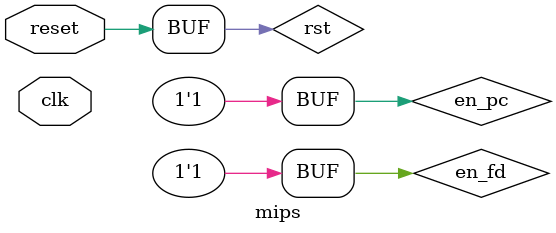
<source format=v>
`timescale 1ns / 1ps
module mips(
    input wire clk,
    input wire reset
    );
	wire rst;
	assign rst = reset;
	wire [31:0] INSTR;
	wire BRANCH;
	wire[1:0] NPC_SEL;
	wire en_pc = 1'b1;
	wire en_fd = 1'b1;
	wire [1:0] A3_SEL;
	wire [2:0] WD_SEL;
	wire WE;
	wire A_SEL;
	wire EXT_SEL;
	wire [2:0] B_SEL;
	wire [3:0] ALU_SEL;
	wire SW;
	wire LW;
	wire w;
	wire W_SEL;
	wire [1:0] MUL_SEL;
	wire HL_SEL;
	wire start;
	wire bne, blez, bgtz, bltz, bgez, beq;
	wire stall;
	wire Tnew_0, Tnew_1, Tnew_2;
	wire [1:0] Tnew;
	wire [1:0] Tuse_rs;
	wire [1:0] Tuse_rt;
	
	`define Tnew0 2'b00
	`define Tnew1 2'b01
	`define Tnew2 2'b10
	
	assign Tnew = (Tnew_0 == 1) ? `Tnew0:
				  (Tnew_1 == 1) ? `Tnew1:
				  (Tnew_2 == 1) ? `Tnew2:
				  0;
						
	datapath DATA(clk, rst, BRANCH, NPC_SEL, A3_SEL, WD_SEL, WE, A_SEL, 
			 EXT_SEL, B_SEL, ALU_SEL, SW, LW,  w, W_SEL, MUL_SEL, HL_SEL, start,
			 bne, blez, bgtz, bltz, bgez, beq, Tnew, Tuse_rs, Tuse_rt, INSTR);
	controller CONT(INSTR, NPC_SEL, A3_SEL, WD_SEL, WE, A_SEL, B_SEL, ALU_SEL, EXT_SEL,
			   w, W_SEL, MUL_SEL, HL_SEL, start, SW, LW, BRANCH, bne, blez, bgtz, bltz, bgez,
			   beq, Tnew_0, Tnew_1, Tnew_2, Tuse_rs, Tuse_rt);

endmodule

</source>
